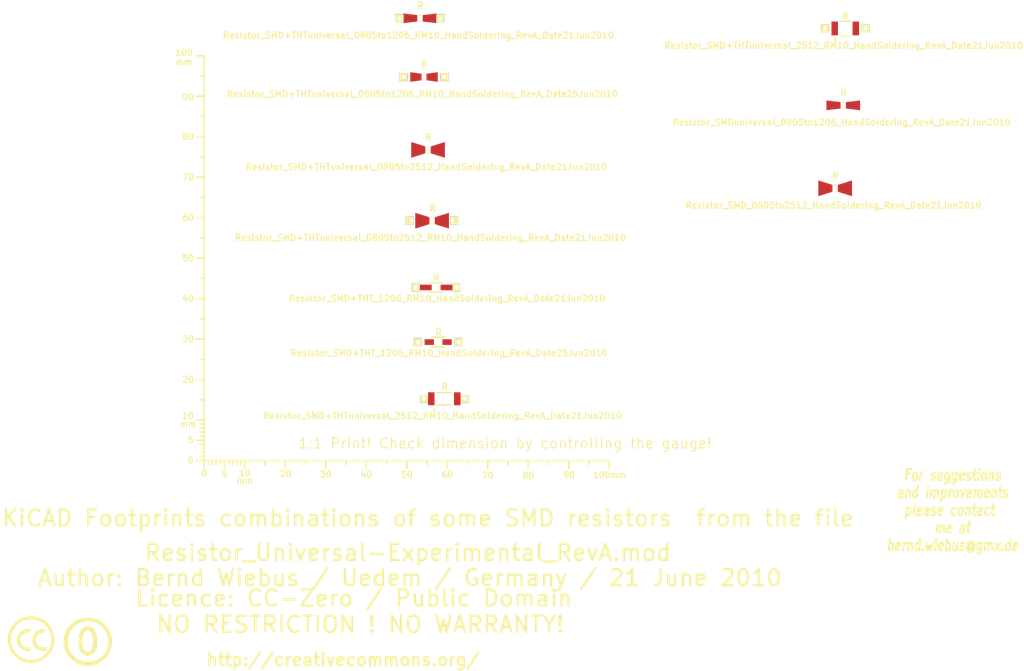
<source format=kicad_pcb>
(kicad_pcb (version 3) (host pcbnew "(2013-03-30 BZR 4007)-stable")

  (general
    (links 0)
    (no_connects 0)
    (area -16.90696 29.7328 279.580953 197.1694)
    (thickness 1.6002)
    (drawings 7)
    (tracks 0)
    (zones 0)
    (modules 13)
    (nets 1)
  )

  (page A4)
  (layers
    (15 Vorderseite signal)
    (0 Rückseite signal)
    (16 B.Adhes user)
    (17 F.Adhes user)
    (18 B.Paste user)
    (19 F.Paste user)
    (20 B.SilkS user)
    (21 F.SilkS user)
    (22 B.Mask user)
    (23 F.Mask user)
    (24 Dwgs.User user)
    (25 Cmts.User user)
    (26 Eco1.User user)
    (27 Eco2.User user)
    (28 Edge.Cuts user)
  )

  (setup
    (last_trace_width 0.2032)
    (trace_clearance 0.254)
    (zone_clearance 0.508)
    (zone_45_only no)
    (trace_min 0.2032)
    (segment_width 0.381)
    (edge_width 0.381)
    (via_size 0.889)
    (via_drill 0.635)
    (via_min_size 0.889)
    (via_min_drill 0.508)
    (uvia_size 0.508)
    (uvia_drill 0.127)
    (uvias_allowed no)
    (uvia_min_size 0.508)
    (uvia_min_drill 0.127)
    (pcb_text_width 0.3048)
    (pcb_text_size 1.524 2.032)
    (mod_edge_width 0.381)
    (mod_text_size 1.524 1.524)
    (mod_text_width 0.3048)
    (pad_size 1.524 1.524)
    (pad_drill 0.8128)
    (pad_to_mask_clearance 0.254)
    (aux_axis_origin 0 0)
    (visible_elements 7FFFFFFF)
    (pcbplotparams
      (layerselection 3178497)
      (usegerberextensions true)
      (excludeedgelayer true)
      (linewidth 60)
      (plotframeref false)
      (viasonmask false)
      (mode 1)
      (useauxorigin false)
      (hpglpennumber 1)
      (hpglpenspeed 20)
      (hpglpendiameter 15)
      (hpglpenoverlay 0)
      (psnegative false)
      (psa4output false)
      (plotreference true)
      (plotvalue true)
      (plotothertext true)
      (plotinvisibletext false)
      (padsonsilk false)
      (subtractmaskfromsilk false)
      (outputformat 1)
      (mirror false)
      (drillshape 1)
      (scaleselection 1)
      (outputdirectory ""))
  )

  (net 0 "")

  (net_class Default "Dies ist die voreingestellte Netzklasse."
    (clearance 0.254)
    (trace_width 0.2032)
    (via_dia 0.889)
    (via_drill 0.635)
    (uvia_dia 0.508)
    (uvia_drill 0.127)
    (add_net "")
  )

  (module Gauge_100mm_Type2_SilkScreenTop_RevA_Date22Jun2010 (layer Vorderseite) (tedit 51AF9AFC) (tstamp 4D88F07A)
    (at 63.75056 143.2494)
    (descr "Gauge, Massstab, 100mm, SilkScreenTop, Type 2,")
    (tags "Gauge, Massstab, 100mm, SilkScreenTop, Type 2,")
    (path Gauge_100mm_Type2_SilkScreenTop_RevA_Date22Jun2010)
    (fp_text reference MSC (at 4.0005 8.99922) (layer F.SilkS) hide
      (effects (font (size 1.524 1.524) (thickness 0.3048)))
    )
    (fp_text value Gauge_100mm_Type2_SilkScreenTop_RevA_Date22Jun2010 (at 45.9994 8.99922) (layer F.SilkS) hide
      (effects (font (size 1.524 1.524) (thickness 0.3048)))
    )
    (fp_text user mm (at 9.99998 5.00126) (layer F.SilkS)
      (effects (font (size 1.524 1.524) (thickness 0.3048)))
    )
    (fp_text user mm (at -4.0005 -8.99922) (layer F.SilkS)
      (effects (font (size 1.524 1.524) (thickness 0.3048)))
    )
    (fp_text user mm (at -5.00126 -98.5012) (layer F.SilkS)
      (effects (font (size 1.524 1.524) (thickness 0.3048)))
    )
    (fp_text user 10 (at 10.00506 3.0988) (layer F.SilkS)
      (effects (font (size 1.50114 1.50114) (thickness 0.29972)))
    )
    (fp_text user 0 (at 0.00508 3.19786) (layer F.SilkS)
      (effects (font (size 1.39954 1.50114) (thickness 0.29972)))
    )
    (fp_text user 5 (at 5.0038 3.29946) (layer F.SilkS)
      (effects (font (size 1.50114 1.50114) (thickness 0.29972)))
    )
    (fp_text user 20 (at 20.1041 3.29946) (layer F.SilkS)
      (effects (font (size 1.50114 1.50114) (thickness 0.29972)))
    )
    (fp_text user 30 (at 30.00502 3.39852) (layer F.SilkS)
      (effects (font (size 1.50114 1.50114) (thickness 0.29972)))
    )
    (fp_text user 40 (at 40.005 3.50012) (layer F.SilkS)
      (effects (font (size 1.50114 1.50114) (thickness 0.29972)))
    )
    (fp_text user 50 (at 50.00498 3.50012) (layer F.SilkS)
      (effects (font (size 1.50114 1.50114) (thickness 0.29972)))
    )
    (fp_text user 60 (at 60.00496 3.50012) (layer F.SilkS)
      (effects (font (size 1.50114 1.50114) (thickness 0.29972)))
    )
    (fp_text user 70 (at 70.00494 3.70078) (layer F.SilkS)
      (effects (font (size 1.50114 1.50114) (thickness 0.29972)))
    )
    (fp_text user 80 (at 80.00492 3.79984) (layer F.SilkS)
      (effects (font (size 1.50114 1.50114) (thickness 0.29972)))
    )
    (fp_text user 90 (at 90.1065 3.60172) (layer F.SilkS)
      (effects (font (size 1.50114 1.50114) (thickness 0.29972)))
    )
    (fp_text user 100mm (at 100.10648 3.60172) (layer F.SilkS)
      (effects (font (size 1.50114 1.50114) (thickness 0.29972)))
    )
    (fp_line (start 0 -8.99922) (end -1.00076 -8.99922) (layer F.SilkS) (width 0.381))
    (fp_line (start 0 -8.001) (end -1.00076 -8.001) (layer F.SilkS) (width 0.381))
    (fp_line (start 0 -7.00024) (end -1.00076 -7.00024) (layer F.SilkS) (width 0.381))
    (fp_line (start 0 -5.99948) (end -1.00076 -5.99948) (layer F.SilkS) (width 0.381))
    (fp_line (start 0 -4.0005) (end -1.00076 -4.0005) (layer F.SilkS) (width 0.381))
    (fp_line (start 0 -2.99974) (end -1.00076 -2.99974) (layer F.SilkS) (width 0.381))
    (fp_line (start 0 -1.99898) (end -1.00076 -1.99898) (layer F.SilkS) (width 0.381))
    (fp_line (start 0 -1.00076) (end -1.00076 -1.00076) (layer F.SilkS) (width 0.381))
    (fp_line (start 0 0) (end -1.99898 0) (layer F.SilkS) (width 0.381))
    (fp_line (start 0 -5.00126) (end -1.99898 -5.00126) (layer F.SilkS) (width 0.381))
    (fp_line (start 0 -9.99998) (end -1.99898 -9.99998) (layer F.SilkS) (width 0.381))
    (fp_line (start 0 -15.00124) (end -1.00076 -15.00124) (layer F.SilkS) (width 0.381))
    (fp_line (start 0 -19.99996) (end -1.99898 -19.99996) (layer F.SilkS) (width 0.381))
    (fp_line (start 0 -25.00122) (end -1.00076 -25.00122) (layer F.SilkS) (width 0.381))
    (fp_line (start 0 -29.99994) (end -1.99898 -29.99994) (layer F.SilkS) (width 0.381))
    (fp_line (start 0 -35.0012) (end -1.00076 -35.0012) (layer F.SilkS) (width 0.381))
    (fp_line (start 0 -39.99992) (end -1.99898 -39.99992) (layer F.SilkS) (width 0.381))
    (fp_line (start 0 -45.00118) (end -1.00076 -45.00118) (layer F.SilkS) (width 0.381))
    (fp_line (start 0 -49.9999) (end -1.99898 -49.9999) (layer F.SilkS) (width 0.381))
    (fp_line (start 0 -55.00116) (end -1.00076 -55.00116) (layer F.SilkS) (width 0.381))
    (fp_line (start 0 -59.99988) (end -1.99898 -59.99988) (layer F.SilkS) (width 0.381))
    (fp_line (start 0 -65.00114) (end -1.00076 -65.00114) (layer F.SilkS) (width 0.381))
    (fp_line (start 0 -69.99986) (end -1.99898 -69.99986) (layer F.SilkS) (width 0.381))
    (fp_line (start 0 -75.00112) (end -1.00076 -75.00112) (layer F.SilkS) (width 0.381))
    (fp_line (start 0 -79.99984) (end -1.99898 -79.99984) (layer F.SilkS) (width 0.381))
    (fp_line (start 0 -85.0011) (end -1.00076 -85.0011) (layer F.SilkS) (width 0.381))
    (fp_line (start 0 -89.99982) (end -1.99898 -89.99982) (layer F.SilkS) (width 0.381))
    (fp_line (start 0 -95.00108) (end -1.00076 -95.00108) (layer F.SilkS) (width 0.381))
    (fp_line (start 0 0) (end 0 -99.9998) (layer F.SilkS) (width 0.381))
    (fp_line (start 0 -99.9998) (end -1.99898 -99.9998) (layer F.SilkS) (width 0.381))
    (fp_text user 100 (at -4.99872 -100.7491) (layer F.SilkS)
      (effects (font (size 1.50114 1.50114) (thickness 0.29972)))
    )
    (fp_text user 90 (at -4.0005 -89.7509) (layer F.SilkS)
      (effects (font (size 1.50114 1.50114) (thickness 0.29972)))
    )
    (fp_text user 80 (at -4.0005 -79.99984) (layer F.SilkS)
      (effects (font (size 1.50114 1.50114) (thickness 0.29972)))
    )
    (fp_text user 70 (at -4.0005 -69.99986) (layer F.SilkS)
      (effects (font (size 1.50114 1.50114) (thickness 0.29972)))
    )
    (fp_text user 60 (at -4.0005 -59.99988) (layer F.SilkS)
      (effects (font (size 1.50114 1.50114) (thickness 0.29972)))
    )
    (fp_text user 50 (at -4.0005 -49.9999) (layer F.SilkS)
      (effects (font (size 1.50114 1.50114) (thickness 0.34036)))
    )
    (fp_text user 40 (at -4.0005 -39.99992) (layer F.SilkS)
      (effects (font (size 1.50114 1.50114) (thickness 0.29972)))
    )
    (fp_text user 30 (at -4.0005 -29.99994) (layer F.SilkS)
      (effects (font (size 1.50114 1.50114) (thickness 0.29972)))
    )
    (fp_text user 20 (at -4.0005 -19.99996) (layer F.SilkS)
      (effects (font (size 1.50114 1.50114) (thickness 0.29972)))
    )
    (fp_line (start 95.00108 0) (end 95.00108 1.00076) (layer F.SilkS) (width 0.381))
    (fp_line (start 89.99982 0) (end 89.99982 1.99898) (layer F.SilkS) (width 0.381))
    (fp_line (start 85.0011 0) (end 85.0011 1.00076) (layer F.SilkS) (width 0.381))
    (fp_line (start 79.99984 0) (end 79.99984 1.99898) (layer F.SilkS) (width 0.381))
    (fp_line (start 75.00112 0) (end 75.00112 1.00076) (layer F.SilkS) (width 0.381))
    (fp_line (start 69.99986 0) (end 69.99986 1.99898) (layer F.SilkS) (width 0.381))
    (fp_line (start 65.00114 0) (end 65.00114 1.00076) (layer F.SilkS) (width 0.381))
    (fp_line (start 59.99988 0) (end 59.99988 1.99898) (layer F.SilkS) (width 0.381))
    (fp_line (start 55.00116 0) (end 55.00116 1.00076) (layer F.SilkS) (width 0.381))
    (fp_line (start 49.9999 0) (end 49.9999 1.99898) (layer F.SilkS) (width 0.381))
    (fp_line (start 45.00118 0) (end 45.00118 1.00076) (layer F.SilkS) (width 0.381))
    (fp_line (start 39.99992 0) (end 39.99992 1.99898) (layer F.SilkS) (width 0.381))
    (fp_line (start 35.0012 0) (end 35.0012 1.00076) (layer F.SilkS) (width 0.381))
    (fp_line (start 29.99994 0) (end 29.99994 1.99898) (layer F.SilkS) (width 0.381))
    (fp_line (start 25.00122 0) (end 25.00122 1.00076) (layer F.SilkS) (width 0.381))
    (fp_line (start 19.99996 0) (end 19.99996 1.99898) (layer F.SilkS) (width 0.381))
    (fp_line (start 15.00124 0) (end 15.00124 1.00076) (layer F.SilkS) (width 0.381))
    (fp_line (start 9.99998 0) (end 99.9998 0) (layer F.SilkS) (width 0.381))
    (fp_line (start 99.9998 0) (end 99.9998 1.99898) (layer F.SilkS) (width 0.381))
    (fp_text user 5 (at -3.302 -5.10286) (layer F.SilkS)
      (effects (font (size 1.50114 1.50114) (thickness 0.29972)))
    )
    (fp_text user 0 (at -3.4036 -0.10414) (layer F.SilkS)
      (effects (font (size 1.50114 1.50114) (thickness 0.29972)))
    )
    (fp_text user 10 (at -4.0005 -11.00074) (layer F.SilkS)
      (effects (font (size 1.50114 1.50114) (thickness 0.29972)))
    )
    (fp_line (start 8.99922 0) (end 8.99922 1.00076) (layer F.SilkS) (width 0.381))
    (fp_line (start 8.001 0) (end 8.001 1.00076) (layer F.SilkS) (width 0.381))
    (fp_line (start 7.00024 0) (end 7.00024 1.00076) (layer F.SilkS) (width 0.381))
    (fp_line (start 5.99948 0) (end 5.99948 1.00076) (layer F.SilkS) (width 0.381))
    (fp_line (start 4.0005 0) (end 4.0005 1.00076) (layer F.SilkS) (width 0.381))
    (fp_line (start 2.99974 0) (end 2.99974 1.00076) (layer F.SilkS) (width 0.381))
    (fp_line (start 1.99898 0) (end 1.99898 1.00076) (layer F.SilkS) (width 0.381))
    (fp_line (start 1.00076 0) (end 1.00076 1.00076) (layer F.SilkS) (width 0.381))
    (fp_line (start 5.00126 0) (end 5.00126 1.99898) (layer F.SilkS) (width 0.381))
    (fp_line (start 0 0) (end 0 1.99898) (layer F.SilkS) (width 0.381))
    (fp_line (start 0 0) (end 9.99998 0) (layer F.SilkS) (width 0.381))
    (fp_line (start 9.99998 0) (end 9.99998 1.99898) (layer F.SilkS) (width 0.381))
  )

  (module Symbol_CC-PublicDomain_SilkScreenTop_Big (layer Vorderseite) (tedit 515D641F) (tstamp 515F0B64)
    (at 35 188)
    (descr "Symbol, CC-PublicDomain, SilkScreen Top, Big,")
    (tags "Symbol, CC-PublicDomain, SilkScreen Top, Big,")
    (path Symbol_CC-Noncommercial_CopperTop_Big)
    (fp_text reference Sym (at 0.59944 -7.29996) (layer F.SilkS) hide
      (effects (font (size 1.524 1.524) (thickness 0.3048)))
    )
    (fp_text value Symbol_CC-PublicDomain_SilkScreenTop_Big (at 0.59944 8.001) (layer F.SilkS) hide
      (effects (font (size 1.524 1.524) (thickness 0.3048)))
    )
    (fp_circle (center 0 0) (end 5.8 -0.05) (layer F.SilkS) (width 0.381))
    (fp_circle (center 0 0) (end 5.5 0) (layer F.SilkS) (width 0.381))
    (fp_circle (center 0.05 0) (end 5.25 0) (layer F.SilkS) (width 0.381))
    (fp_line (start 1.1 -2.5) (end 1.4 -1.9) (layer F.SilkS) (width 0.381))
    (fp_line (start -1.8 1.2) (end -1.6 1.9) (layer F.SilkS) (width 0.381))
    (fp_line (start -1.6 1.9) (end -1.2 2.5) (layer F.SilkS) (width 0.381))
    (fp_line (start 0 -3) (end 0.75 -2.75) (layer F.SilkS) (width 0.381))
    (fp_line (start 0.75 -2.75) (end 1 -2.25) (layer F.SilkS) (width 0.381))
    (fp_line (start 1 -2.25) (end 1.5 -1) (layer F.SilkS) (width 0.381))
    (fp_line (start 1.5 -1) (end 1.5 -0.5) (layer F.SilkS) (width 0.381))
    (fp_line (start 1.5 -0.5) (end 1.5 0.5) (layer F.SilkS) (width 0.381))
    (fp_line (start 1.5 0.5) (end 1.25 1.5) (layer F.SilkS) (width 0.381))
    (fp_line (start 1.25 1.5) (end 0.75 2.5) (layer F.SilkS) (width 0.381))
    (fp_line (start 0.75 2.5) (end 0.25 2.75) (layer F.SilkS) (width 0.381))
    (fp_line (start 0.25 2.75) (end -0.25 2.75) (layer F.SilkS) (width 0.381))
    (fp_line (start -0.25 2.75) (end -0.75 2.5) (layer F.SilkS) (width 0.381))
    (fp_line (start -0.75 2.5) (end -1.25 1.75) (layer F.SilkS) (width 0.381))
    (fp_line (start -1.25 1.75) (end -1.5 0.75) (layer F.SilkS) (width 0.381))
    (fp_line (start -1.5 0.75) (end -1.5 -0.75) (layer F.SilkS) (width 0.381))
    (fp_line (start -1.5 -0.75) (end -1.25 -1.75) (layer F.SilkS) (width 0.381))
    (fp_line (start -1.25 -1.75) (end -1 -2.5) (layer F.SilkS) (width 0.381))
    (fp_line (start -1 -2.5) (end -0.3 -2.9) (layer F.SilkS) (width 0.381))
    (fp_line (start -0.3 -2.9) (end 0.2 -3) (layer F.SilkS) (width 0.381))
    (fp_line (start 0.2 -3) (end 0.8 -3) (layer F.SilkS) (width 0.381))
    (fp_line (start 0.8 -3) (end 1.4 -2.3) (layer F.SilkS) (width 0.381))
    (fp_line (start 1.4 -2.3) (end 1.6 -1.4) (layer F.SilkS) (width 0.381))
    (fp_line (start 1.6 -1.4) (end 1.7 -0.3) (layer F.SilkS) (width 0.381))
    (fp_line (start 1.7 -0.3) (end 1.7 0.9) (layer F.SilkS) (width 0.381))
    (fp_line (start 1.7 0.9) (end 1.4 1.8) (layer F.SilkS) (width 0.381))
    (fp_line (start 1.4 1.8) (end 1 2.7) (layer F.SilkS) (width 0.381))
    (fp_line (start 1 2.7) (end 0.5 3) (layer F.SilkS) (width 0.381))
    (fp_line (start 0.5 3) (end -0.4 3) (layer F.SilkS) (width 0.381))
    (fp_line (start -0.4 3) (end -1.3 2.3) (layer F.SilkS) (width 0.381))
    (fp_line (start -1.3 2.3) (end -1.7 1) (layer F.SilkS) (width 0.381))
    (fp_line (start -1.7 1) (end -1.8 -0.7) (layer F.SilkS) (width 0.381))
    (fp_line (start -1.8 -0.7) (end -1.4 -2.2) (layer F.SilkS) (width 0.381))
    (fp_line (start -1.4 -2.2) (end -1 -2.9) (layer F.SilkS) (width 0.381))
    (fp_line (start -1 -2.9) (end -0.2 -3.3) (layer F.SilkS) (width 0.381))
    (fp_line (start -0.2 -3.3) (end 0.7 -3.2) (layer F.SilkS) (width 0.381))
    (fp_line (start 0.7 -3.2) (end 1.3 -3.1) (layer F.SilkS) (width 0.381))
    (fp_line (start 1.3 -3.1) (end 1.7 -2.4) (layer F.SilkS) (width 0.381))
    (fp_line (start 1.7 -2.4) (end 2 -1.6) (layer F.SilkS) (width 0.381))
    (fp_line (start 2 -1.6) (end 2.1 -0.6) (layer F.SilkS) (width 0.381))
    (fp_line (start 2.1 -0.6) (end 2.1 0.3) (layer F.SilkS) (width 0.381))
    (fp_line (start 2.1 0.3) (end 2.1 1.3) (layer F.SilkS) (width 0.381))
    (fp_line (start 2.1 1.3) (end 1.9 1.8) (layer F.SilkS) (width 0.381))
    (fp_line (start 1.9 1.8) (end 1.5 2.6) (layer F.SilkS) (width 0.381))
    (fp_line (start 1.5 2.6) (end 1.1 3) (layer F.SilkS) (width 0.381))
    (fp_line (start 1.1 3) (end 0.4 3.3) (layer F.SilkS) (width 0.381))
    (fp_line (start 0.4 3.3) (end -0.1 3.4) (layer F.SilkS) (width 0.381))
    (fp_line (start -0.1 3.4) (end -0.8 3.2) (layer F.SilkS) (width 0.381))
    (fp_line (start -0.8 3.2) (end -1.5 2.6) (layer F.SilkS) (width 0.381))
    (fp_line (start -1.5 2.6) (end -1.9 1.7) (layer F.SilkS) (width 0.381))
    (fp_line (start -1.9 1.7) (end -2.1 0.4) (layer F.SilkS) (width 0.381))
    (fp_line (start -2.1 0.4) (end -2.1 -0.6) (layer F.SilkS) (width 0.381))
    (fp_line (start -2.1 -0.6) (end -2 -1.6) (layer F.SilkS) (width 0.381))
    (fp_line (start -2 -1.6) (end -1.7 -2.4) (layer F.SilkS) (width 0.381))
    (fp_line (start -1.7 -2.4) (end -1.2 -3.1) (layer F.SilkS) (width 0.381))
    (fp_line (start -1.2 -3.1) (end -0.4 -3.6) (layer F.SilkS) (width 0.381))
    (fp_line (start -0.4 -3.6) (end 0.4 -3.6) (layer F.SilkS) (width 0.381))
    (fp_line (start 0.4 -3.6) (end 1.1 -3.2) (layer F.SilkS) (width 0.381))
    (fp_line (start 1.1 -3.2) (end 1.1 -2.9) (layer F.SilkS) (width 0.381))
    (fp_line (start 1.1 -2.9) (end 1.8 -1.5) (layer F.SilkS) (width 0.381))
    (fp_line (start 1.8 -1.5) (end 1.8 -0.4) (layer F.SilkS) (width 0.381))
    (fp_line (start 1.8 -0.4) (end 1.8 1.1) (layer F.SilkS) (width 0.381))
    (fp_line (start 1.8 1.1) (end 1.2 2.6) (layer F.SilkS) (width 0.381))
    (fp_line (start 1.2 2.6) (end 0.2 3.2) (layer F.SilkS) (width 0.381))
    (fp_line (start 0.2 3.2) (end -0.5 3.2) (layer F.SilkS) (width 0.381))
    (fp_line (start -0.5 3.2) (end -1.1 2.7) (layer F.SilkS) (width 0.381))
    (fp_line (start -1.1 2.7) (end -1.9 0.6) (layer F.SilkS) (width 0.381))
    (fp_line (start -1.9 0.6) (end -1.7 -1.9) (layer F.SilkS) (width 0.381))
  )

  (module Symbol_CreativeCommons_SilkScreenTop_Type2_Big (layer Vorderseite) (tedit 515D640C) (tstamp 515F46B2)
    (at 21 187.5)
    (descr "Symbol, Creative Commons, SilkScreen Top, Type 2, Big,")
    (tags "Symbol, Creative Commons, SilkScreen Top, Type 2, Big,")
    (path Symbol_CreativeCommons_CopperTop_Type2_Big)
    (fp_text reference Sym (at 0.59944 -7.29996) (layer F.SilkS) hide
      (effects (font (size 1.524 1.524) (thickness 0.3048)))
    )
    (fp_text value Symbol_CreativeCommons_Typ2_SilkScreenTop_Big (at 0.59944 8.001) (layer F.SilkS) hide
      (effects (font (size 1.524 1.524) (thickness 0.3048)))
    )
    (fp_line (start -0.70104 2.70002) (end -0.29972 2.60096) (layer F.SilkS) (width 0.381))
    (fp_line (start -0.29972 2.60096) (end -0.20066 2.10058) (layer F.SilkS) (width 0.381))
    (fp_line (start -2.49936 -1.69926) (end -2.70002 -1.6002) (layer F.SilkS) (width 0.381))
    (fp_line (start -2.70002 -1.6002) (end -3.0988 -1.00076) (layer F.SilkS) (width 0.381))
    (fp_line (start -3.0988 -1.00076) (end -3.29946 -0.50038) (layer F.SilkS) (width 0.381))
    (fp_line (start -3.29946 -0.50038) (end -3.40106 0.39878) (layer F.SilkS) (width 0.381))
    (fp_line (start -3.40106 0.39878) (end -3.29946 0.89916) (layer F.SilkS) (width 0.381))
    (fp_line (start -0.19812 2.4003) (end -0.29718 2.59842) (layer F.SilkS) (width 0.381))
    (fp_line (start 3.70078 2.10058) (end 3.79984 2.4003) (layer F.SilkS) (width 0.381))
    (fp_line (start 2.99974 -2.4003) (end 3.29946 -2.30124) (layer F.SilkS) (width 0.381))
    (fp_line (start 3.29946 -2.30124) (end 3.0988 -1.99898) (layer F.SilkS) (width 0.381))
    (fp_line (start 0 -5.40004) (end -0.50038 -5.40004) (layer F.SilkS) (width 0.381))
    (fp_line (start -0.50038 -5.40004) (end -1.30048 -5.10032) (layer F.SilkS) (width 0.381))
    (fp_line (start -1.30048 -5.10032) (end -1.99898 -4.89966) (layer F.SilkS) (width 0.381))
    (fp_line (start -1.99898 -4.89966) (end -2.70002 -4.699) (layer F.SilkS) (width 0.381))
    (fp_line (start -2.70002 -4.699) (end -3.29946 -4.20116) (layer F.SilkS) (width 0.381))
    (fp_line (start -3.29946 -4.20116) (end -4.0005 -3.59918) (layer F.SilkS) (width 0.381))
    (fp_line (start -4.0005 -3.59918) (end -4.50088 -2.99974) (layer F.SilkS) (width 0.381))
    (fp_line (start -4.50088 -2.99974) (end -5.00126 -2.10058) (layer F.SilkS) (width 0.381))
    (fp_line (start -5.00126 -2.10058) (end -5.30098 -1.09982) (layer F.SilkS) (width 0.381))
    (fp_line (start -5.30098 -1.09982) (end -5.40004 0.09906) (layer F.SilkS) (width 0.381))
    (fp_line (start -5.40004 0.09906) (end -5.19938 1.30048) (layer F.SilkS) (width 0.381))
    (fp_line (start -5.19938 1.30048) (end -4.8006 2.4003) (layer F.SilkS) (width 0.381))
    (fp_line (start -4.8006 2.4003) (end -3.79984 3.8989) (layer F.SilkS) (width 0.381))
    (fp_line (start -3.79984 3.8989) (end -2.60096 4.8006) (layer F.SilkS) (width 0.381))
    (fp_line (start -2.60096 4.8006) (end -1.30048 5.30098) (layer F.SilkS) (width 0.381))
    (fp_line (start -1.30048 5.30098) (end 0.09906 5.30098) (layer F.SilkS) (width 0.381))
    (fp_line (start 0.09906 5.30098) (end 1.6002 5.19938) (layer F.SilkS) (width 0.381))
    (fp_line (start 1.6002 5.19938) (end 2.60096 4.699) (layer F.SilkS) (width 0.381))
    (fp_line (start 2.60096 4.699) (end 4.20116 3.40106) (layer F.SilkS) (width 0.381))
    (fp_line (start 4.20116 3.40106) (end 5.00126 1.80086) (layer F.SilkS) (width 0.381))
    (fp_line (start 5.00126 1.80086) (end 5.40004 0.29972) (layer F.SilkS) (width 0.381))
    (fp_line (start 5.40004 0.29972) (end 5.19938 -1.39954) (layer F.SilkS) (width 0.381))
    (fp_line (start 5.19938 -1.39954) (end 4.699 -2.49936) (layer F.SilkS) (width 0.381))
    (fp_line (start 4.699 -2.49936) (end 3.40106 -4.09956) (layer F.SilkS) (width 0.381))
    (fp_line (start 3.40106 -4.09956) (end 2.4003 -4.8006) (layer F.SilkS) (width 0.381))
    (fp_line (start 2.4003 -4.8006) (end 1.39954 -5.19938) (layer F.SilkS) (width 0.381))
    (fp_line (start 1.39954 -5.19938) (end 0 -5.30098) (layer F.SilkS) (width 0.381))
    (fp_line (start 0.60198 -0.70104) (end 0.50292 -0.20066) (layer F.SilkS) (width 0.381))
    (fp_line (start 0.50292 -0.20066) (end 0.50292 0.49784) (layer F.SilkS) (width 0.381))
    (fp_line (start 0.50292 0.49784) (end 0.60198 1.09982) (layer F.SilkS) (width 0.381))
    (fp_line (start 0.60198 1.09982) (end 1.00076 1.69926) (layer F.SilkS) (width 0.381))
    (fp_line (start 1.00076 1.69926) (end 1.50114 2.19964) (layer F.SilkS) (width 0.381))
    (fp_line (start 1.50114 2.19964) (end 2.10058 2.49936) (layer F.SilkS) (width 0.381))
    (fp_line (start 2.10058 2.49936) (end 2.60096 2.59842) (layer F.SilkS) (width 0.381))
    (fp_line (start 2.60096 2.59842) (end 3.00228 2.59842) (layer F.SilkS) (width 0.381))
    (fp_line (start 3.00228 2.59842) (end 3.40106 2.59842) (layer F.SilkS) (width 0.381))
    (fp_line (start 3.40106 2.59842) (end 3.80238 2.49936) (layer F.SilkS) (width 0.381))
    (fp_line (start 3.80238 2.49936) (end 3.70078 2.2987) (layer F.SilkS) (width 0.381))
    (fp_line (start 3.70078 2.2987) (end 2.80162 2.4003) (layer F.SilkS) (width 0.381))
    (fp_line (start 2.80162 2.4003) (end 1.80086 2.09804) (layer F.SilkS) (width 0.381))
    (fp_line (start 1.80086 2.09804) (end 1.20142 1.6002) (layer F.SilkS) (width 0.381))
    (fp_line (start 1.20142 1.6002) (end 0.80264 0.6985) (layer F.SilkS) (width 0.381))
    (fp_line (start 0.80264 0.6985) (end 0.70104 -0.29972) (layer F.SilkS) (width 0.381))
    (fp_line (start 0.70104 -0.29972) (end 1.00076 -1.00076) (layer F.SilkS) (width 0.381))
    (fp_line (start 1.00076 -1.00076) (end 1.60274 -1.7018) (layer F.SilkS) (width 0.381))
    (fp_line (start 1.60274 -1.7018) (end 2.30124 -2.10058) (layer F.SilkS) (width 0.381))
    (fp_line (start 2.30124 -2.10058) (end 3.00228 -2.10058) (layer F.SilkS) (width 0.381))
    (fp_line (start 3.00228 -2.10058) (end 3.10134 -1.89992) (layer F.SilkS) (width 0.381))
    (fp_line (start 3.10134 -1.89992) (end 2.5019 -1.89992) (layer F.SilkS) (width 0.381))
    (fp_line (start 2.5019 -1.89992) (end 1.80086 -1.6002) (layer F.SilkS) (width 0.381))
    (fp_line (start 1.80086 -1.6002) (end 1.30048 -1.00076) (layer F.SilkS) (width 0.381))
    (fp_line (start 1.30048 -1.00076) (end 1.00076 -0.40132) (layer F.SilkS) (width 0.381))
    (fp_line (start 1.00076 -0.40132) (end 1.00076 0.09906) (layer F.SilkS) (width 0.381))
    (fp_line (start 1.00076 0.09906) (end 1.00076 0.6985) (layer F.SilkS) (width 0.381))
    (fp_line (start 1.00076 0.6985) (end 1.30048 1.19888) (layer F.SilkS) (width 0.381))
    (fp_line (start 1.30048 1.19888) (end 1.7018 1.69926) (layer F.SilkS) (width 0.381))
    (fp_line (start 1.7018 1.69926) (end 2.30124 1.99898) (layer F.SilkS) (width 0.381))
    (fp_line (start 2.30124 1.99898) (end 2.90068 2.09804) (layer F.SilkS) (width 0.381))
    (fp_line (start 2.90068 2.09804) (end 3.40106 2.09804) (layer F.SilkS) (width 0.381))
    (fp_line (start 3.40106 2.09804) (end 3.70078 1.99898) (layer F.SilkS) (width 0.381))
    (fp_line (start 3.00228 -2.4003) (end 2.40284 -2.4003) (layer F.SilkS) (width 0.381))
    (fp_line (start 2.40284 -2.4003) (end 2.00152 -2.20218) (layer F.SilkS) (width 0.381))
    (fp_line (start 2.00152 -2.20218) (end 1.50114 -2.00152) (layer F.SilkS) (width 0.381))
    (fp_line (start 1.50114 -2.00152) (end 1.10236 -1.6002) (layer F.SilkS) (width 0.381))
    (fp_line (start 1.10236 -1.6002) (end 0.80264 -1.09982) (layer F.SilkS) (width 0.381))
    (fp_line (start 0.80264 -1.09982) (end 0.60198 -0.70104) (layer F.SilkS) (width 0.381))
    (fp_line (start -0.39878 -1.99898) (end -0.89916 -1.99898) (layer F.SilkS) (width 0.381))
    (fp_line (start -0.89916 -1.99898) (end -1.39954 -1.89738) (layer F.SilkS) (width 0.381))
    (fp_line (start -1.39954 -1.89738) (end -1.89992 -1.59766) (layer F.SilkS) (width 0.381))
    (fp_line (start -1.89992 -1.59766) (end -2.4003 -1.19888) (layer F.SilkS) (width 0.381))
    (fp_line (start -2.4003 -1.30048) (end -2.70002 -0.8001) (layer F.SilkS) (width 0.381))
    (fp_line (start -2.70002 -0.8001) (end -2.79908 -0.29972) (layer F.SilkS) (width 0.381))
    (fp_line (start -2.79908 -0.29972) (end -2.79908 0.20066) (layer F.SilkS) (width 0.381))
    (fp_line (start -2.79908 0.20066) (end -2.59842 1.00076) (layer F.SilkS) (width 0.381))
    (fp_line (start -2.69748 1.00076) (end -2.39776 1.39954) (layer F.SilkS) (width 0.381))
    (fp_line (start -2.29616 1.4986) (end -1.79578 1.89992) (layer F.SilkS) (width 0.381))
    (fp_line (start -1.79578 1.89992) (end -1.29794 2.09804) (layer F.SilkS) (width 0.381))
    (fp_line (start -1.29794 2.09804) (end -0.89662 2.19964) (layer F.SilkS) (width 0.381))
    (fp_line (start -0.89662 2.19964) (end -0.49784 2.19964) (layer F.SilkS) (width 0.381))
    (fp_line (start -0.49784 2.19964) (end -0.19812 2.09804) (layer F.SilkS) (width 0.381))
    (fp_line (start -0.19812 2.09804) (end -0.29718 2.4003) (layer F.SilkS) (width 0.381))
    (fp_line (start -0.29718 2.4003) (end -0.89662 2.49936) (layer F.SilkS) (width 0.381))
    (fp_line (start -0.89662 2.49936) (end -1.59766 2.2987) (layer F.SilkS) (width 0.381))
    (fp_line (start -1.59766 2.2987) (end -2.29616 1.79832) (layer F.SilkS) (width 0.381))
    (fp_line (start -2.29616 1.79832) (end -2.79654 1.29794) (layer F.SilkS) (width 0.381))
    (fp_line (start -2.79908 1.39954) (end -2.99974 0.70104) (layer F.SilkS) (width 0.381))
    (fp_line (start -2.99974 0.70104) (end -3.0988 0) (layer F.SilkS) (width 0.381))
    (fp_line (start -3.0988 0) (end -2.99974 -0.59944) (layer F.SilkS) (width 0.381))
    (fp_line (start -2.99974 -0.8001) (end -2.70002 -1.30048) (layer F.SilkS) (width 0.381))
    (fp_line (start -2.70002 -1.09982) (end -2.19964 -1.6002) (layer F.SilkS) (width 0.381))
    (fp_line (start -2.19964 -1.69926) (end -1.69926 -1.99898) (layer F.SilkS) (width 0.381))
    (fp_line (start -1.69926 -1.99898) (end -1.19888 -2.19964) (layer F.SilkS) (width 0.381))
    (fp_line (start -1.19888 -2.19964) (end -0.6985 -2.19964) (layer F.SilkS) (width 0.381))
    (fp_line (start -0.6985 -2.19964) (end -0.29972 -2.19964) (layer F.SilkS) (width 0.381))
    (fp_line (start -0.29972 -2.19964) (end -0.20066 -2.39776) (layer F.SilkS) (width 0.381))
    (fp_line (start -0.20066 -2.39776) (end -0.59944 -2.49936) (layer F.SilkS) (width 0.381))
    (fp_line (start -0.59944 -2.49936) (end -1.00076 -2.49936) (layer F.SilkS) (width 0.381))
    (fp_line (start -1.00076 -2.49936) (end -1.4986 -2.39776) (layer F.SilkS) (width 0.381))
    (fp_line (start -1.4986 -2.39776) (end -2.10058 -2.09804) (layer F.SilkS) (width 0.381))
    (fp_line (start -2.10058 -2.09804) (end -2.59842 -1.69926) (layer F.SilkS) (width 0.381))
    (fp_line (start -2.59842 -1.6002) (end -3.0988 -0.89916) (layer F.SilkS) (width 0.381))
    (fp_line (start -3.0988 -0.89916) (end -3.29946 -0.29972) (layer F.SilkS) (width 0.381))
    (fp_line (start -3.29946 -0.29972) (end -3.29946 0.40132) (layer F.SilkS) (width 0.381))
    (fp_line (start -3.29946 0.40132) (end -3.2004 1.00076) (layer F.SilkS) (width 0.381))
    (fp_line (start -3.29946 0.8001) (end -2.99974 1.39954) (layer F.SilkS) (width 0.381))
    (fp_line (start -2.89814 1.4986) (end -2.49682 1.99898) (layer F.SilkS) (width 0.381))
    (fp_line (start -2.49682 1.99898) (end -1.89738 2.4003) (layer F.SilkS) (width 0.381))
    (fp_line (start -1.89738 2.4003) (end -1.19634 2.59842) (layer F.SilkS) (width 0.381))
    (fp_line (start -1.19634 2.59842) (end -0.69596 2.70002) (layer F.SilkS) (width 0.381))
    (fp_line (start -2.9972 1.19888) (end -2.59842 1.19888) (layer F.SilkS) (width 0.381))
    (fp_circle (center 0 0) (end 5.08 1.016) (layer F.SilkS) (width 0.381))
    (fp_circle (center 0 0) (end 5.588 0) (layer F.SilkS) (width 0.381))
  )

  (module Resistor_SMD+THTuniversal_0805to1206_RM10_HandSoldering_RevA_Date21Jun2010 (layer Vorderseite) (tedit 4C1FC276) (tstamp 51AF9A89)
    (at 117 34)
    (descr "Resistor, SMD and THT, universal, 0805 to 1206,RM10,  Hand soldering,")
    (tags "Resistor, SMD and THT, universal, 0805 to 1206, RM10, Hand soldering,")
    (fp_text reference R (at 0.09906 -3.0988) (layer F.SilkS)
      (effects (font (size 1.524 1.524) (thickness 0.3048)))
    )
    (fp_text value Resistor_SMD+THTuniversal_0805to1206_RM10_HandSoldering_RevA_Date21Jun2010 (at -0.39878 4.20116) (layer F.SilkS)
      (effects (font (size 1.524 1.524) (thickness 0.3048)))
    )
    (fp_line (start 0 0.8001) (end 0.20066 0.8001) (layer F.SilkS) (width 0.381))
    (fp_line (start 0 0.8001) (end -0.20066 0.8001) (layer F.SilkS) (width 0.381))
    (fp_line (start -0.09906 -0.8001) (end -0.20066 -0.8001) (layer F.SilkS) (width 0.381))
    (fp_line (start -0.20066 -0.8001) (end 0.20066 -0.8001) (layer F.SilkS) (width 0.381))
    (pad 1 smd trapezoid (at -2.413 0) (size 3.50012 1.99898) (rect_delta 0.39878 0 )
      (layers Vorderseite F.Paste F.Mask)
    )
    (pad 2 smd trapezoid (at 2.413 0 180) (size 3.50012 1.99898) (rect_delta 0.39878 0 )
      (layers Vorderseite F.Paste F.Mask)
    )
    (pad 1 thru_hole rect (at -5.00126 0 180) (size 1.99898 1.99898) (drill 1.00076)
      (layers *.Cu *.Mask F.SilkS)
    )
    (pad 2 thru_hole rect (at 5.00126 0 180) (size 1.99898 1.99898) (drill 1.00076)
      (layers *.Cu *.Mask F.SilkS)
    )
  )

  (module Resistor_SMD+THTuniversal_0805to1206_RM10_HandSoldering_RevA_Date25Jun2010 (layer Vorderseite) (tedit 4C24CCD3) (tstamp 51AF9B30)
    (at 118 48.5)
    (descr "Resistor, SMD and THT, universal, 0805 to 1206,RM10,  Hand soldering, Rev A, Date 25 Jun 2010,")
    (tags "Resistor, SMD and THT, universal, 0805 to 1206, RM10, Hand soldering, Rev A, Date 25 Jun 2010,")
    (fp_text reference R (at 0.09906 -3.0988) (layer F.SilkS)
      (effects (font (size 1.524 1.524) (thickness 0.3048)))
    )
    (fp_text value Resistor_SMD+THTuniversal_0805to1206_RM10_HandSoldering_RevA_Date25Jun2010 (at -0.39878 4.20116) (layer F.SilkS)
      (effects (font (size 1.524 1.524) (thickness 0.3048)))
    )
    (fp_line (start 0 0.70104) (end 0.09906 0.70104) (layer F.SilkS) (width 0.381))
    (fp_line (start 0.09906 0.70104) (end 0 0.70104) (layer F.SilkS) (width 0.381))
    (fp_line (start 0 0.70104) (end -0.09906 0.70104) (layer F.SilkS) (width 0.381))
    (fp_line (start 0 -0.70104) (end -0.09906 -0.70104) (layer F.SilkS) (width 0.381))
    (fp_line (start 0 -0.70104) (end 0.09906 -0.70104) (layer F.SilkS) (width 0.381))
    (pad 1 smd trapezoid (at -1.99898 0) (size 2.79908 1.99898) (rect_delta 0.39878 0 )
      (layers Vorderseite F.Paste F.Mask)
    )
    (pad 2 smd trapezoid (at 1.99898 0 180) (size 2.79908 1.99898) (rect_delta 0.39878 0 )
      (layers Vorderseite F.Paste F.Mask)
    )
    (pad 1 thru_hole rect (at -5.00126 0 180) (size 1.99898 1.99898) (drill 1.00076)
      (layers *.Cu *.Mask F.SilkS)
    )
    (pad 2 thru_hole rect (at 5.00126 0 180) (size 1.99898 1.99898) (drill 1.00076)
      (layers *.Cu *.Mask F.SilkS)
    )
  )

  (module Resistor_SMD+THTuniversal_0805to2512_HandSoldering_RevA_Date25Jun2010 (layer Vorderseite) (tedit 4C24D378) (tstamp 51AF9BC6)
    (at 119 66.5)
    (descr "Resistor, SMD and THT, universal, 0805 to 2512, Hand soldering,")
    (tags "Resistor, SMD and THT, universal, 0805 to 2512, Hand soldering,")
    (fp_text reference R (at 0.09906 -3.0988) (layer F.SilkS)
      (effects (font (size 1.524 1.524) (thickness 0.3048)))
    )
    (fp_text value Resistor_SMD+THTuniversal_0805to2512_HandSoldering_RevA_Date21Jun2010 (at -0.39878 4.20116) (layer F.SilkS)
      (effects (font (size 1.524 1.524) (thickness 0.3048)))
    )
    (fp_line (start 0 0.8001) (end 0.20066 0.8001) (layer F.SilkS) (width 0.381))
    (fp_line (start 0 0.8001) (end -0.20066 0.8001) (layer F.SilkS) (width 0.381))
    (fp_line (start -0.09906 -0.8001) (end -0.20066 -0.8001) (layer F.SilkS) (width 0.381))
    (fp_line (start -0.20066 -0.8001) (end 0.20066 -0.8001) (layer F.SilkS) (width 0.381))
    (pad 1 smd trapezoid (at -2.413 0) (size 3.50012 2.79908) (rect_delta 1.09982 0 )
      (layers Vorderseite F.Paste F.Mask)
    )
    (pad 2 smd trapezoid (at 2.413 0 180) (size 3.50012 2.79908) (rect_delta 1.09982 0 )
      (layers Vorderseite F.Paste F.Mask)
    )
  )

  (module Resistor_SMD+THTuniversal_0805to2512_RM10_HandSoldering_RevA_Date25Jun2010 (layer Vorderseite) (tedit 4C24D5E7) (tstamp 51AF9C5A)
    (at 120 84)
    (descr "Resistor, SMD and THT, universal, 0805 to 2512, RM10, Hand soldering,")
    (tags "Resistor, SMD and THT, universal, 0805 to 2512, RM10, Hand soldering,")
    (fp_text reference R (at 0.09906 -3.0988) (layer F.SilkS)
      (effects (font (size 1.524 1.524) (thickness 0.3048)))
    )
    (fp_text value Resistor_SMD+THTuniversal_0805to2512_RM10_HandSoldering_RevA_Date21Jun2010 (at -0.39878 4.20116) (layer F.SilkS)
      (effects (font (size 1.524 1.524) (thickness 0.3048)))
    )
    (fp_line (start 0 0.8001) (end 0.20066 0.8001) (layer F.SilkS) (width 0.381))
    (fp_line (start 0 0.8001) (end -0.20066 0.8001) (layer F.SilkS) (width 0.381))
    (fp_line (start -0.09906 -0.8001) (end -0.20066 -0.8001) (layer F.SilkS) (width 0.381))
    (fp_line (start -0.20066 -0.8001) (end 0.20066 -0.8001) (layer F.SilkS) (width 0.381))
    (pad 1 smd trapezoid (at -2.413 0) (size 3.50012 2.79908) (rect_delta 1.09982 0 )
      (layers Vorderseite F.Paste F.Mask)
    )
    (pad 2 smd trapezoid (at 2.413 0 180) (size 3.50012 2.79908) (rect_delta 1.09982 0 )
      (layers Vorderseite F.Paste F.Mask)
    )
    (pad 1 thru_hole rect (at -5.00126 0 180) (size 1.99898 1.99898) (drill 1.00076 (offset 0.50038 0))
      (layers *.Cu *.Mask F.SilkS)
    )
    (pad 2 thru_hole rect (at 5.00126 0 180) (size 1.99898 1.99898) (drill 1.00076 (offset -0.50038 0))
      (layers *.Cu *.Mask F.SilkS)
    )
  )

  (module Resistor_SMD+THTuniversal_1206_RM10_HandSoldering_RevA_Date21Jun2010 (layer Vorderseite) (tedit 4C24EDF9) (tstamp 51AF9CF0)
    (at 121 100.5)
    (descr "Resistor, SMD+THT, universal, 1206, RM10, HandSoldering,")
    (tags "Resistor, SMD+THT, universal, 1206, RM10, Hand soldering,")
    (fp_text reference R (at 0.09906 -2.4003) (layer F.SilkS)
      (effects (font (size 1.524 1.524) (thickness 0.3048)))
    )
    (fp_text value Resistor_SMD+THT_1206_RM10_HandSoldering_RevA_Date21Jun2010 (at 2.70002 2.70002) (layer F.SilkS)
      (effects (font (size 1.524 1.524) (thickness 0.3048)))
    )
    (fp_line (start 1.651 1.143) (end -1.651 1.143) (layer F.SilkS) (width 0.381))
    (fp_line (start 0 -1.143) (end -1.651 -1.143) (layer F.SilkS) (width 0.381))
    (fp_line (start 0 -1.143) (end 1.651 -1.143) (layer F.SilkS) (width 0.381))
    (pad 1 smd rect (at -2.60096 0) (size 2.99974 1.39954)
      (layers Vorderseite F.Paste F.Mask)
    )
    (pad 2 smd rect (at 2.60096 0) (size 2.99974 1.39954)
      (layers Vorderseite F.Paste F.Mask)
    )
    (pad 1 thru_hole rect (at -5.00126 0) (size 1.99898 1.99898) (drill 1.00076)
      (layers *.Cu *.Mask F.SilkS)
    )
    (pad 2 thru_hole rect (at 5.00126 0) (size 1.99898 1.99898) (drill 1.00076)
      (layers *.Cu *.Mask F.SilkS)
    )
  )

  (module Resistor_SMD+THTuniversal_1206_RM10_HandSoldering_RevA_Date25Jun2010 (layer Vorderseite) (tedit 4C24EE3D) (tstamp 51AF9D84)
    (at 121.5 114)
    (descr "Resistor, SMD+THT, universal, 1206, RM10, HandSoldering, Rev A, Date 25 Jun 2010,")
    (tags "Resistor, SMD+THT, universal, 1206, RM10, Hand soldering, Rev A, Date 25 Jun 2010,")
    (fp_text reference R (at 0.09906 -2.4003) (layer F.SilkS)
      (effects (font (size 1.524 1.524) (thickness 0.3048)))
    )
    (fp_text value Resistor_SMD+THT_1206_RM10_HandSoldering_RevA_Date25Jun2010 (at 2.70002 2.70002) (layer F.SilkS)
      (effects (font (size 1.524 1.524) (thickness 0.3048)))
    )
    (fp_line (start 1.651 1.24206) (end -1.651 1.24206) (layer F.SilkS) (width 0.381))
    (fp_line (start 0 -1.24206) (end -1.651 -1.24206) (layer F.SilkS) (width 0.381))
    (fp_line (start 0 -1.24206) (end 1.651 -1.24206) (layer F.SilkS) (width 0.381))
    (pad 1 smd rect (at -2.19964 0) (size 2.30124 1.39954)
      (layers Vorderseite F.Paste F.Mask)
    )
    (pad 2 smd rect (at 2.19964 0) (size 2.30124 1.39954)
      (layers Vorderseite F.Paste F.Mask)
    )
    (pad 1 thru_hole rect (at -5.00126 0) (size 1.99898 1.99898) (drill 1.00076)
      (layers *.Cu *.Mask F.SilkS)
    )
    (pad 2 thru_hole rect (at 5.00126 0) (size 1.99898 1.99898) (drill 1.00076)
      (layers *.Cu *.Mask F.SilkS)
    )
  )

  (module Resistor_SMD+THTuniversal_2512_RM10_HandSoldering_RevA_Date21Jun2010 (layer Vorderseite) (tedit 4C1FC55C) (tstamp 51AF9E1E)
    (at 123 128)
    (descr "Resistor, SMD+THT, 2512, RM10, Hand soldering,")
    (tags "Resistor, SMD+THT, 2512, RM10, Hand soldering,")
    (fp_text reference R (at 0.09906 -3.0988) (layer F.SilkS)
      (effects (font (size 1.524 1.524) (thickness 0.3048)))
    )
    (fp_text value Resistor_SMD+THTuniversal_2512_RM10_HandSoldering_RevA_Date21Jun2010 (at -0.39878 4.20116) (layer F.SilkS)
      (effects (font (size 1.524 1.524) (thickness 0.3048)))
    )
    (fp_line (start 1.89992 1.50114) (end -1.89992 1.50114) (layer F.SilkS) (width 0.381))
    (fp_line (start 1.89992 -1.50114) (end -1.89992 -1.50114) (layer F.SilkS) (width 0.381))
    (fp_line (start -2.49936 2.49936) (end -2.49936 4.20116) (layer F.SilkS) (width 0.381))
    (fp_circle (center 0 0) (end 0.8001 0) (layer F.Adhes) (width 0.381))
    (fp_circle (center 0 0) (end 0.50038 0) (layer F.Adhes) (width 0.381))
    (fp_circle (center 0 0) (end 0.20066 0) (layer F.Adhes) (width 0.381))
    (pad 1 smd rect (at -3.2004 0) (size 1.6002 3.2004)
      (layers Vorderseite F.Paste F.Mask)
    )
    (pad 2 smd rect (at 3.2004 0) (size 1.6002 3.2004)
      (layers Vorderseite F.Paste F.Mask)
    )
    (pad 1 thru_hole rect (at -5.00126 0 180) (size 1.99898 1.99898) (drill 1.00076)
      (layers *.Cu *.Mask F.SilkS)
    )
    (pad 2 thru_hole rect (at 5.00126 0 180) (size 1.99898 1.99898) (drill 1.00076)
      (layers *.Cu *.Mask F.SilkS)
    )
  )

  (module Resistor_SMD+THTuniversal_2512_RM10_HandSoldering_RevA_Date25Jun2010 (layer Vorderseite) (tedit 4C24CF3A) (tstamp 51AF9EC1)
    (at 222 36.5)
    (descr "Resistor, SMD+THT, 2512, RM10, Hand soldering,")
    (tags "Resistor, SMD+THT, 2512, RM10, Hand soldering,")
    (fp_text reference R (at 0.09906 -3.0988) (layer F.SilkS)
      (effects (font (size 1.524 1.524) (thickness 0.3048)))
    )
    (fp_text value Resistor_SMD+THTuniversal_2512_RM10_HandSoldering_RevA_Date21Jun2010 (at -0.39878 4.20116) (layer F.SilkS)
      (effects (font (size 1.524 1.524) (thickness 0.3048)))
    )
    (fp_line (start -1.30048 1.80086) (end 1.30048 1.80086) (layer F.SilkS) (width 0.381))
    (fp_line (start 1.30048 -1.80086) (end -1.30048 -1.80086) (layer F.SilkS) (width 0.381))
    (fp_line (start -2.49936 2.49936) (end -2.49936 4.20116) (layer F.SilkS) (width 0.381))
    (fp_circle (center 0 0) (end 0.8001 0) (layer F.Adhes) (width 0.381))
    (fp_circle (center 0 0) (end 0.50038 0) (layer F.Adhes) (width 0.381))
    (fp_circle (center 0 0) (end 0.20066 0) (layer F.Adhes) (width 0.381))
    (pad 1 smd rect (at -2.60096 0) (size 1.6002 3.40106)
      (layers Vorderseite F.Paste F.Mask)
    )
    (pad 2 smd rect (at 2.60096 0) (size 1.6002 3.40106)
      (layers Vorderseite F.Paste F.Mask)
    )
    (pad 1 thru_hole rect (at -5.00126 0 180) (size 1.99898 1.99898) (drill 1.00076)
      (layers *.Cu *.Mask F.SilkS)
    )
    (pad 2 thru_hole rect (at 5.00126 0 180) (size 1.99898 1.99898) (drill 1.00076)
      (layers *.Cu *.Mask F.SilkS)
    )
  )

  (module Resistor_SMDuniversal_0805to1206_HandSoldering_RevA_Date21Jun2010 (layer Vorderseite) (tedit 4C1FBE0F) (tstamp 51AF9F59)
    (at 221.5 55.5)
    (descr "Resistor, SMD, universal, 0805 to 1206, Hand soldering,")
    (tags "Resistor, SMD, universal, 0805 to 1206, Hand soldering,")
    (fp_text reference R (at 0.09906 -3.0988) (layer F.SilkS)
      (effects (font (size 1.524 1.524) (thickness 0.3048)))
    )
    (fp_text value Resistor_SMDuniversal_0805to1206_HandSoldering_RevA_Date21Jun2010 (at -0.39878 4.20116) (layer F.SilkS)
      (effects (font (size 1.524 1.524) (thickness 0.3048)))
    )
    (fp_line (start 0 0.8001) (end 0.20066 0.8001) (layer F.SilkS) (width 0.381))
    (fp_line (start 0 0.8001) (end -0.20066 0.8001) (layer F.SilkS) (width 0.381))
    (fp_line (start -0.09906 -0.8001) (end -0.20066 -0.8001) (layer F.SilkS) (width 0.381))
    (fp_line (start -0.20066 -0.8001) (end 0.20066 -0.8001) (layer F.SilkS) (width 0.381))
    (pad 1 smd trapezoid (at -2.413 0) (size 3.50012 1.99898) (rect_delta 0.39878 0 )
      (layers Vorderseite F.Paste F.Mask)
    )
    (pad 2 smd trapezoid (at 2.413 0 180) (size 3.50012 1.99898) (rect_delta 0.39878 0 )
      (layers Vorderseite F.Paste F.Mask)
    )
  )

  (module Resistor_SMDuniversal_0805to2512_HandSoldering_RevA_Date25Jun2010 (layer Vorderseite) (tedit 4C24D378) (tstamp 51AF9FE9)
    (at 219.5 76)
    (descr "Resistor, SMD, universal, 0805 to 2512, Hand soldering,")
    (tags "Resistor, SMD, universal, 0805 to 2512, Hand soldering,")
    (fp_text reference R (at 0.09906 -3.0988) (layer F.SilkS)
      (effects (font (size 1.524 1.524) (thickness 0.3048)))
    )
    (fp_text value Resistor_SMD_0805to2512_HandSoldering_RevA_Date21Jun2010 (at -0.39878 4.20116) (layer F.SilkS)
      (effects (font (size 1.524 1.524) (thickness 0.3048)))
    )
    (fp_line (start 0 0.8001) (end 0.20066 0.8001) (layer F.SilkS) (width 0.381))
    (fp_line (start 0 0.8001) (end -0.20066 0.8001) (layer F.SilkS) (width 0.381))
    (fp_line (start -0.09906 -0.8001) (end -0.20066 -0.8001) (layer F.SilkS) (width 0.381))
    (fp_line (start -0.20066 -0.8001) (end 0.20066 -0.8001) (layer F.SilkS) (width 0.381))
    (pad 1 smd trapezoid (at -2.413 0) (size 3.50012 2.79908) (rect_delta 1.09982 0 )
      (layers Vorderseite F.Paste F.Mask)
    )
    (pad 2 smd trapezoid (at 2.413 0 180) (size 3.50012 2.79908) (rect_delta 1.09982 0 )
      (layers Vorderseite F.Paste F.Mask)
    )
  )

  (gr_text http://creativecommons.org/ (at 98 192.5) (layer F.SilkS)
    (effects (font (size 3 3) (thickness 0.6)))
  )
  (gr_text "For suggestions\nand improvements\nplease contact \nme at\nbernd.wiebus@gmx.de" (at 248.5 155.5) (layer F.SilkS)
    (effects (font (size 2.70002 1.99898) (thickness 0.50038) italic))
  )
  (gr_text "1:1 Print! Check dimension by controlling the gauge!" (at 138 139) (layer F.SilkS)
    (effects (font (size 2.49936 2.49936) (thickness 0.29972)))
  )
  (gr_text "Licence: CC-Zero / Public Domain \nNO RESTRICTION ! NO WARRANTY!" (at 102.2501 180.50064) (layer F.SilkS)
    (effects (font (size 4.0005 4.0005) (thickness 0.59944)))
  )
  (gr_text "Author: Bernd Wiebus / Uedem / Germany / 21 June 2010" (at 114.50012 172.24958) (layer F.SilkS)
    (effects (font (size 4.0005 4.0005) (thickness 0.59944)))
  )
  (gr_text Resistor_Universal-Experimental_RevA.mod (at 114.00028 165.9989) (layer F.SilkS)
    (effects (font (size 4.0005 4.0005) (thickness 0.59944)))
  )
  (gr_text "KiCAD Footprints combinations of some SMD resistors  from the file " (at 120.5 157.5) (layer F.SilkS)
    (effects (font (size 4.0005 4.0005) (thickness 0.59944)))
  )

)

</source>
